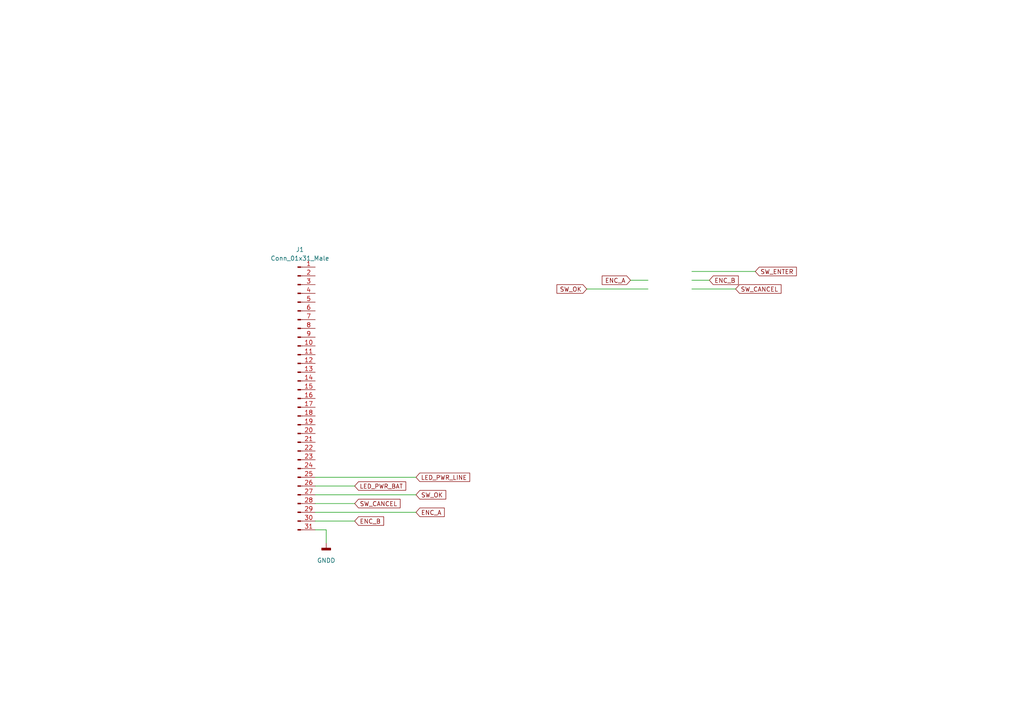
<source format=kicad_sch>
(kicad_sch (version 20211123) (generator eeschema)

  (uuid bac501b0-1d8b-4d84-a9b7-df348e5588fc)

  (paper "A4")

  (lib_symbols
    (symbol "Connector:Conn_01x31_Male" (pin_names (offset 1.016) hide) (in_bom yes) (on_board yes)
      (property "Reference" "J" (id 0) (at 0 40.64 0)
        (effects (font (size 1.27 1.27)))
      )
      (property "Value" "Conn_01x31_Male" (id 1) (at 0 -40.64 0)
        (effects (font (size 1.27 1.27)))
      )
      (property "Footprint" "" (id 2) (at 0 0 0)
        (effects (font (size 1.27 1.27)) hide)
      )
      (property "Datasheet" "~" (id 3) (at 0 0 0)
        (effects (font (size 1.27 1.27)) hide)
      )
      (property "ki_keywords" "connector" (id 4) (at 0 0 0)
        (effects (font (size 1.27 1.27)) hide)
      )
      (property "ki_description" "Generic connector, single row, 01x31, script generated (kicad-library-utils/schlib/autogen/connector/)" (id 5) (at 0 0 0)
        (effects (font (size 1.27 1.27)) hide)
      )
      (property "ki_fp_filters" "Connector*:*_1x??_*" (id 6) (at 0 0 0)
        (effects (font (size 1.27 1.27)) hide)
      )
      (symbol "Conn_01x31_Male_1_1"
        (polyline
          (pts
            (xy 1.27 -38.1)
            (xy 0.8636 -38.1)
          )
          (stroke (width 0.1524) (type default) (color 0 0 0 0))
          (fill (type none))
        )
        (polyline
          (pts
            (xy 1.27 -35.56)
            (xy 0.8636 -35.56)
          )
          (stroke (width 0.1524) (type default) (color 0 0 0 0))
          (fill (type none))
        )
        (polyline
          (pts
            (xy 1.27 -33.02)
            (xy 0.8636 -33.02)
          )
          (stroke (width 0.1524) (type default) (color 0 0 0 0))
          (fill (type none))
        )
        (polyline
          (pts
            (xy 1.27 -30.48)
            (xy 0.8636 -30.48)
          )
          (stroke (width 0.1524) (type default) (color 0 0 0 0))
          (fill (type none))
        )
        (polyline
          (pts
            (xy 1.27 -27.94)
            (xy 0.8636 -27.94)
          )
          (stroke (width 0.1524) (type default) (color 0 0 0 0))
          (fill (type none))
        )
        (polyline
          (pts
            (xy 1.27 -25.4)
            (xy 0.8636 -25.4)
          )
          (stroke (width 0.1524) (type default) (color 0 0 0 0))
          (fill (type none))
        )
        (polyline
          (pts
            (xy 1.27 -22.86)
            (xy 0.8636 -22.86)
          )
          (stroke (width 0.1524) (type default) (color 0 0 0 0))
          (fill (type none))
        )
        (polyline
          (pts
            (xy 1.27 -20.32)
            (xy 0.8636 -20.32)
          )
          (stroke (width 0.1524) (type default) (color 0 0 0 0))
          (fill (type none))
        )
        (polyline
          (pts
            (xy 1.27 -17.78)
            (xy 0.8636 -17.78)
          )
          (stroke (width 0.1524) (type default) (color 0 0 0 0))
          (fill (type none))
        )
        (polyline
          (pts
            (xy 1.27 -15.24)
            (xy 0.8636 -15.24)
          )
          (stroke (width 0.1524) (type default) (color 0 0 0 0))
          (fill (type none))
        )
        (polyline
          (pts
            (xy 1.27 -12.7)
            (xy 0.8636 -12.7)
          )
          (stroke (width 0.1524) (type default) (color 0 0 0 0))
          (fill (type none))
        )
        (polyline
          (pts
            (xy 1.27 -10.16)
            (xy 0.8636 -10.16)
          )
          (stroke (width 0.1524) (type default) (color 0 0 0 0))
          (fill (type none))
        )
        (polyline
          (pts
            (xy 1.27 -7.62)
            (xy 0.8636 -7.62)
          )
          (stroke (width 0.1524) (type default) (color 0 0 0 0))
          (fill (type none))
        )
        (polyline
          (pts
            (xy 1.27 -5.08)
            (xy 0.8636 -5.08)
          )
          (stroke (width 0.1524) (type default) (color 0 0 0 0))
          (fill (type none))
        )
        (polyline
          (pts
            (xy 1.27 -2.54)
            (xy 0.8636 -2.54)
          )
          (stroke (width 0.1524) (type default) (color 0 0 0 0))
          (fill (type none))
        )
        (polyline
          (pts
            (xy 1.27 0)
            (xy 0.8636 0)
          )
          (stroke (width 0.1524) (type default) (color 0 0 0 0))
          (fill (type none))
        )
        (polyline
          (pts
            (xy 1.27 2.54)
            (xy 0.8636 2.54)
          )
          (stroke (width 0.1524) (type default) (color 0 0 0 0))
          (fill (type none))
        )
        (polyline
          (pts
            (xy 1.27 5.08)
            (xy 0.8636 5.08)
          )
          (stroke (width 0.1524) (type default) (color 0 0 0 0))
          (fill (type none))
        )
        (polyline
          (pts
            (xy 1.27 7.62)
            (xy 0.8636 7.62)
          )
          (stroke (width 0.1524) (type default) (color 0 0 0 0))
          (fill (type none))
        )
        (polyline
          (pts
            (xy 1.27 10.16)
            (xy 0.8636 10.16)
          )
          (stroke (width 0.1524) (type default) (color 0 0 0 0))
          (fill (type none))
        )
        (polyline
          (pts
            (xy 1.27 12.7)
            (xy 0.8636 12.7)
          )
          (stroke (width 0.1524) (type default) (color 0 0 0 0))
          (fill (type none))
        )
        (polyline
          (pts
            (xy 1.27 15.24)
            (xy 0.8636 15.24)
          )
          (stroke (width 0.1524) (type default) (color 0 0 0 0))
          (fill (type none))
        )
        (polyline
          (pts
            (xy 1.27 17.78)
            (xy 0.8636 17.78)
          )
          (stroke (width 0.1524) (type default) (color 0 0 0 0))
          (fill (type none))
        )
        (polyline
          (pts
            (xy 1.27 20.32)
            (xy 0.8636 20.32)
          )
          (stroke (width 0.1524) (type default) (color 0 0 0 0))
          (fill (type none))
        )
        (polyline
          (pts
            (xy 1.27 22.86)
            (xy 0.8636 22.86)
          )
          (stroke (width 0.1524) (type default) (color 0 0 0 0))
          (fill (type none))
        )
        (polyline
          (pts
            (xy 1.27 25.4)
            (xy 0.8636 25.4)
          )
          (stroke (width 0.1524) (type default) (color 0 0 0 0))
          (fill (type none))
        )
        (polyline
          (pts
            (xy 1.27 27.94)
            (xy 0.8636 27.94)
          )
          (stroke (width 0.1524) (type default) (color 0 0 0 0))
          (fill (type none))
        )
        (polyline
          (pts
            (xy 1.27 30.48)
            (xy 0.8636 30.48)
          )
          (stroke (width 0.1524) (type default) (color 0 0 0 0))
          (fill (type none))
        )
        (polyline
          (pts
            (xy 1.27 33.02)
            (xy 0.8636 33.02)
          )
          (stroke (width 0.1524) (type default) (color 0 0 0 0))
          (fill (type none))
        )
        (polyline
          (pts
            (xy 1.27 35.56)
            (xy 0.8636 35.56)
          )
          (stroke (width 0.1524) (type default) (color 0 0 0 0))
          (fill (type none))
        )
        (polyline
          (pts
            (xy 1.27 38.1)
            (xy 0.8636 38.1)
          )
          (stroke (width 0.1524) (type default) (color 0 0 0 0))
          (fill (type none))
        )
        (rectangle (start 0.8636 -37.973) (end 0 -38.227)
          (stroke (width 0.1524) (type default) (color 0 0 0 0))
          (fill (type outline))
        )
        (rectangle (start 0.8636 -35.433) (end 0 -35.687)
          (stroke (width 0.1524) (type default) (color 0 0 0 0))
          (fill (type outline))
        )
        (rectangle (start 0.8636 -32.893) (end 0 -33.147)
          (stroke (width 0.1524) (type default) (color 0 0 0 0))
          (fill (type outline))
        )
        (rectangle (start 0.8636 -30.353) (end 0 -30.607)
          (stroke (width 0.1524) (type default) (color 0 0 0 0))
          (fill (type outline))
        )
        (rectangle (start 0.8636 -27.813) (end 0 -28.067)
          (stroke (width 0.1524) (type default) (color 0 0 0 0))
          (fill (type outline))
        )
        (rectangle (start 0.8636 -25.273) (end 0 -25.527)
          (stroke (width 0.1524) (type default) (color 0 0 0 0))
          (fill (type outline))
        )
        (rectangle (start 0.8636 -22.733) (end 0 -22.987)
          (stroke (width 0.1524) (type default) (color 0 0 0 0))
          (fill (type outline))
        )
        (rectangle (start 0.8636 -20.193) (end 0 -20.447)
          (stroke (width 0.1524) (type default) (color 0 0 0 0))
          (fill (type outline))
        )
        (rectangle (start 0.8636 -17.653) (end 0 -17.907)
          (stroke (width 0.1524) (type default) (color 0 0 0 0))
          (fill (type outline))
        )
        (rectangle (start 0.8636 -15.113) (end 0 -15.367)
          (stroke (width 0.1524) (type default) (color 0 0 0 0))
          (fill (type outline))
        )
        (rectangle (start 0.8636 -12.573) (end 0 -12.827)
          (stroke (width 0.1524) (type default) (color 0 0 0 0))
          (fill (type outline))
        )
        (rectangle (start 0.8636 -10.033) (end 0 -10.287)
          (stroke (width 0.1524) (type default) (color 0 0 0 0))
          (fill (type outline))
        )
        (rectangle (start 0.8636 -7.493) (end 0 -7.747)
          (stroke (width 0.1524) (type default) (color 0 0 0 0))
          (fill (type outline))
        )
        (rectangle (start 0.8636 -4.953) (end 0 -5.207)
          (stroke (width 0.1524) (type default) (color 0 0 0 0))
          (fill (type outline))
        )
        (rectangle (start 0.8636 -2.413) (end 0 -2.667)
          (stroke (width 0.1524) (type default) (color 0 0 0 0))
          (fill (type outline))
        )
        (rectangle (start 0.8636 0.127) (end 0 -0.127)
          (stroke (width 0.1524) (type default) (color 0 0 0 0))
          (fill (type outline))
        )
        (rectangle (start 0.8636 2.667) (end 0 2.413)
          (stroke (width 0.1524) (type default) (color 0 0 0 0))
          (fill (type outline))
        )
        (rectangle (start 0.8636 5.207) (end 0 4.953)
          (stroke (width 0.1524) (type default) (color 0 0 0 0))
          (fill (type outline))
        )
        (rectangle (start 0.8636 7.747) (end 0 7.493)
          (stroke (width 0.1524) (type default) (color 0 0 0 0))
          (fill (type outline))
        )
        (rectangle (start 0.8636 10.287) (end 0 10.033)
          (stroke (width 0.1524) (type default) (color 0 0 0 0))
          (fill (type outline))
        )
        (rectangle (start 0.8636 12.827) (end 0 12.573)
          (stroke (width 0.1524) (type default) (color 0 0 0 0))
          (fill (type outline))
        )
        (rectangle (start 0.8636 15.367) (end 0 15.113)
          (stroke (width 0.1524) (type default) (color 0 0 0 0))
          (fill (type outline))
        )
        (rectangle (start 0.8636 17.907) (end 0 17.653)
          (stroke (width 0.1524) (type default) (color 0 0 0 0))
          (fill (type outline))
        )
        (rectangle (start 0.8636 20.447) (end 0 20.193)
          (stroke (width 0.1524) (type default) (color 0 0 0 0))
          (fill (type outline))
        )
        (rectangle (start 0.8636 22.987) (end 0 22.733)
          (stroke (width 0.1524) (type default) (color 0 0 0 0))
          (fill (type outline))
        )
        (rectangle (start 0.8636 25.527) (end 0 25.273)
          (stroke (width 0.1524) (type default) (color 0 0 0 0))
          (fill (type outline))
        )
        (rectangle (start 0.8636 28.067) (end 0 27.813)
          (stroke (width 0.1524) (type default) (color 0 0 0 0))
          (fill (type outline))
        )
        (rectangle (start 0.8636 30.607) (end 0 30.353)
          (stroke (width 0.1524) (type default) (color 0 0 0 0))
          (fill (type outline))
        )
        (rectangle (start 0.8636 33.147) (end 0 32.893)
          (stroke (width 0.1524) (type default) (color 0 0 0 0))
          (fill (type outline))
        )
        (rectangle (start 0.8636 35.687) (end 0 35.433)
          (stroke (width 0.1524) (type default) (color 0 0 0 0))
          (fill (type outline))
        )
        (rectangle (start 0.8636 38.227) (end 0 37.973)
          (stroke (width 0.1524) (type default) (color 0 0 0 0))
          (fill (type outline))
        )
        (pin passive line (at 5.08 38.1 180) (length 3.81)
          (name "Pin_1" (effects (font (size 1.27 1.27))))
          (number "1" (effects (font (size 1.27 1.27))))
        )
        (pin passive line (at 5.08 15.24 180) (length 3.81)
          (name "Pin_10" (effects (font (size 1.27 1.27))))
          (number "10" (effects (font (size 1.27 1.27))))
        )
        (pin passive line (at 5.08 12.7 180) (length 3.81)
          (name "Pin_11" (effects (font (size 1.27 1.27))))
          (number "11" (effects (font (size 1.27 1.27))))
        )
        (pin passive line (at 5.08 10.16 180) (length 3.81)
          (name "Pin_12" (effects (font (size 1.27 1.27))))
          (number "12" (effects (font (size 1.27 1.27))))
        )
        (pin passive line (at 5.08 7.62 180) (length 3.81)
          (name "Pin_13" (effects (font (size 1.27 1.27))))
          (number "13" (effects (font (size 1.27 1.27))))
        )
        (pin passive line (at 5.08 5.08 180) (length 3.81)
          (name "Pin_14" (effects (font (size 1.27 1.27))))
          (number "14" (effects (font (size 1.27 1.27))))
        )
        (pin passive line (at 5.08 2.54 180) (length 3.81)
          (name "Pin_15" (effects (font (size 1.27 1.27))))
          (number "15" (effects (font (size 1.27 1.27))))
        )
        (pin passive line (at 5.08 0 180) (length 3.81)
          (name "Pin_16" (effects (font (size 1.27 1.27))))
          (number "16" (effects (font (size 1.27 1.27))))
        )
        (pin passive line (at 5.08 -2.54 180) (length 3.81)
          (name "Pin_17" (effects (font (size 1.27 1.27))))
          (number "17" (effects (font (size 1.27 1.27))))
        )
        (pin passive line (at 5.08 -5.08 180) (length 3.81)
          (name "Pin_18" (effects (font (size 1.27 1.27))))
          (number "18" (effects (font (size 1.27 1.27))))
        )
        (pin passive line (at 5.08 -7.62 180) (length 3.81)
          (name "Pin_19" (effects (font (size 1.27 1.27))))
          (number "19" (effects (font (size 1.27 1.27))))
        )
        (pin passive line (at 5.08 35.56 180) (length 3.81)
          (name "Pin_2" (effects (font (size 1.27 1.27))))
          (number "2" (effects (font (size 1.27 1.27))))
        )
        (pin passive line (at 5.08 -10.16 180) (length 3.81)
          (name "Pin_20" (effects (font (size 1.27 1.27))))
          (number "20" (effects (font (size 1.27 1.27))))
        )
        (pin passive line (at 5.08 -12.7 180) (length 3.81)
          (name "Pin_21" (effects (font (size 1.27 1.27))))
          (number "21" (effects (font (size 1.27 1.27))))
        )
        (pin passive line (at 5.08 -15.24 180) (length 3.81)
          (name "Pin_22" (effects (font (size 1.27 1.27))))
          (number "22" (effects (font (size 1.27 1.27))))
        )
        (pin passive line (at 5.08 -17.78 180) (length 3.81)
          (name "Pin_23" (effects (font (size 1.27 1.27))))
          (number "23" (effects (font (size 1.27 1.27))))
        )
        (pin passive line (at 5.08 -20.32 180) (length 3.81)
          (name "Pin_24" (effects (font (size 1.27 1.27))))
          (number "24" (effects (font (size 1.27 1.27))))
        )
        (pin passive line (at 5.08 -22.86 180) (length 3.81)
          (name "Pin_25" (effects (font (size 1.27 1.27))))
          (number "25" (effects (font (size 1.27 1.27))))
        )
        (pin passive line (at 5.08 -25.4 180) (length 3.81)
          (name "Pin_26" (effects (font (size 1.27 1.27))))
          (number "26" (effects (font (size 1.27 1.27))))
        )
        (pin passive line (at 5.08 -27.94 180) (length 3.81)
          (name "Pin_27" (effects (font (size 1.27 1.27))))
          (number "27" (effects (font (size 1.27 1.27))))
        )
        (pin passive line (at 5.08 -30.48 180) (length 3.81)
          (name "Pin_28" (effects (font (size 1.27 1.27))))
          (number "28" (effects (font (size 1.27 1.27))))
        )
        (pin passive line (at 5.08 -33.02 180) (length 3.81)
          (name "Pin_29" (effects (font (size 1.27 1.27))))
          (number "29" (effects (font (size 1.27 1.27))))
        )
        (pin passive line (at 5.08 33.02 180) (length 3.81)
          (name "Pin_3" (effects (font (size 1.27 1.27))))
          (number "3" (effects (font (size 1.27 1.27))))
        )
        (pin passive line (at 5.08 -35.56 180) (length 3.81)
          (name "Pin_30" (effects (font (size 1.27 1.27))))
          (number "30" (effects (font (size 1.27 1.27))))
        )
        (pin passive line (at 5.08 -38.1 180) (length 3.81)
          (name "Pin_31" (effects (font (size 1.27 1.27))))
          (number "31" (effects (font (size 1.27 1.27))))
        )
        (pin passive line (at 5.08 30.48 180) (length 3.81)
          (name "Pin_4" (effects (font (size 1.27 1.27))))
          (number "4" (effects (font (size 1.27 1.27))))
        )
        (pin passive line (at 5.08 27.94 180) (length 3.81)
          (name "Pin_5" (effects (font (size 1.27 1.27))))
          (number "5" (effects (font (size 1.27 1.27))))
        )
        (pin passive line (at 5.08 25.4 180) (length 3.81)
          (name "Pin_6" (effects (font (size 1.27 1.27))))
          (number "6" (effects (font (size 1.27 1.27))))
        )
        (pin passive line (at 5.08 22.86 180) (length 3.81)
          (name "Pin_7" (effects (font (size 1.27 1.27))))
          (number "7" (effects (font (size 1.27 1.27))))
        )
        (pin passive line (at 5.08 20.32 180) (length 3.81)
          (name "Pin_8" (effects (font (size 1.27 1.27))))
          (number "8" (effects (font (size 1.27 1.27))))
        )
        (pin passive line (at 5.08 17.78 180) (length 3.81)
          (name "Pin_9" (effects (font (size 1.27 1.27))))
          (number "9" (effects (font (size 1.27 1.27))))
        )
      )
    )
    (symbol "power:GNDD" (power) (pin_names (offset 0)) (in_bom yes) (on_board yes)
      (property "Reference" "#PWR" (id 0) (at 0 -6.35 0)
        (effects (font (size 1.27 1.27)) hide)
      )
      (property "Value" "GNDD" (id 1) (at 0 -3.175 0)
        (effects (font (size 1.27 1.27)))
      )
      (property "Footprint" "" (id 2) (at 0 0 0)
        (effects (font (size 1.27 1.27)) hide)
      )
      (property "Datasheet" "" (id 3) (at 0 0 0)
        (effects (font (size 1.27 1.27)) hide)
      )
      (property "ki_keywords" "power-flag" (id 4) (at 0 0 0)
        (effects (font (size 1.27 1.27)) hide)
      )
      (property "ki_description" "Power symbol creates a global label with name \"GNDD\" , digital ground" (id 5) (at 0 0 0)
        (effects (font (size 1.27 1.27)) hide)
      )
      (symbol "GNDD_0_1"
        (rectangle (start -1.27 -1.524) (end 1.27 -2.032)
          (stroke (width 0.254) (type default) (color 0 0 0 0))
          (fill (type outline))
        )
        (polyline
          (pts
            (xy 0 0)
            (xy 0 -1.524)
          )
          (stroke (width 0) (type default) (color 0 0 0 0))
          (fill (type none))
        )
      )
      (symbol "GNDD_1_1"
        (pin power_in line (at 0 0 270) (length 0) hide
          (name "GNDD" (effects (font (size 1.27 1.27))))
          (number "1" (effects (font (size 1.27 1.27))))
        )
      )
    )
  )


  (wire (pts (xy 182.88 81.28) (xy 187.96 81.28))
    (stroke (width 0) (type default) (color 0 0 0 0))
    (uuid 01ed4d79-cb32-4793-bad9-fc410859e0d3)
  )
  (wire (pts (xy 205.74 81.28) (xy 200.66 81.28))
    (stroke (width 0) (type default) (color 0 0 0 0))
    (uuid 083ec330-be28-4cbb-82f3-fbdd899cf235)
  )
  (wire (pts (xy 219.075 78.74) (xy 200.66 78.74))
    (stroke (width 0) (type default) (color 0 0 0 0))
    (uuid 231d82ca-4a29-4e32-bb21-a3f8d0392c7e)
  )
  (wire (pts (xy 91.44 140.97) (xy 102.87 140.97))
    (stroke (width 0) (type default) (color 0 0 0 0))
    (uuid 70277df7-e0a1-4b4a-83d4-530a2a116ed8)
  )
  (wire (pts (xy 120.65 148.59) (xy 91.44 148.59))
    (stroke (width 0) (type default) (color 0 0 0 0))
    (uuid 97bfc239-4a85-4023-bd3f-861024cea844)
  )
  (wire (pts (xy 94.615 153.67) (xy 94.615 157.48))
    (stroke (width 0) (type default) (color 0 0 0 0))
    (uuid 9871f411-8a97-47f4-9252-069f9cb74236)
  )
  (wire (pts (xy 91.44 153.67) (xy 94.615 153.67))
    (stroke (width 0) (type default) (color 0 0 0 0))
    (uuid 9a715727-7b4e-43f6-9b98-862a16bac5ff)
  )
  (wire (pts (xy 102.87 151.13) (xy 91.44 151.13))
    (stroke (width 0) (type default) (color 0 0 0 0))
    (uuid a7ea378c-6435-4e70-899a-8dd44cca69d8)
  )
  (wire (pts (xy 187.96 83.82) (xy 170.18 83.82))
    (stroke (width 0) (type default) (color 0 0 0 0))
    (uuid b6b11a68-c044-43bc-8222-21129106729f)
  )
  (wire (pts (xy 200.66 83.82) (xy 213.36 83.82))
    (stroke (width 0) (type default) (color 0 0 0 0))
    (uuid b6cf2d37-1cc8-46dd-91da-cfa0d12396ee)
  )
  (wire (pts (xy 91.44 138.43) (xy 120.65 138.43))
    (stroke (width 0) (type default) (color 0 0 0 0))
    (uuid dba1a353-3b0f-44a3-aae6-83c20602dfaf)
  )
  (wire (pts (xy 91.44 143.51) (xy 120.65 143.51))
    (stroke (width 0) (type default) (color 0 0 0 0))
    (uuid dcd633f2-a107-4a2e-9009-06572800d88c)
  )
  (wire (pts (xy 91.44 146.05) (xy 102.87 146.05))
    (stroke (width 0) (type default) (color 0 0 0 0))
    (uuid ee7d139e-9598-4075-8923-124798b96ce2)
  )

  (global_label "SW_ENTER" (shape input) (at 219.075 78.74 0) (fields_autoplaced)
    (effects (font (size 1.27 1.27)) (justify left))
    (uuid 05627586-2918-4690-814a-90d4a7126f64)
    (property "Intersheet References" "${INTERSHEET_REFS}" (id 0) (at 230.9829 78.6606 0)
      (effects (font (size 1.27 1.27)) (justify left) hide)
    )
  )
  (global_label "SW_CANCEL" (shape input) (at 102.87 146.05 0) (fields_autoplaced)
    (effects (font (size 1.27 1.27)) (justify left))
    (uuid 099053d1-ae68-4a3f-bdd2-45747a78333f)
    (property "Intersheet References" "${INTERSHEET_REFS}" (id 0) (at 116.0479 145.9706 0)
      (effects (font (size 1.27 1.27)) (justify left) hide)
    )
  )
  (global_label "SW_CANCEL" (shape input) (at 213.36 83.82 0) (fields_autoplaced)
    (effects (font (size 1.27 1.27)) (justify left))
    (uuid 12a2661c-30e0-41fe-9ffe-0b7bb2563184)
    (property "Intersheet References" "${INTERSHEET_REFS}" (id 0) (at 226.5379 83.7406 0)
      (effects (font (size 1.27 1.27)) (justify left) hide)
    )
  )
  (global_label "LED_PWR_LINE" (shape input) (at 120.65 138.43 0) (fields_autoplaced)
    (effects (font (size 1.2446 1.2446)) (justify left))
    (uuid 39de57b2-1f6b-42f3-9616-efbbf361e97e)
    (property "Intersheet References" "${INTERSHEET_REFS}" (id 0) (at -128.27 -8.89 0)
      (effects (font (size 1.27 1.27)) hide)
    )
  )
  (global_label "ENC_B" (shape input) (at 205.74 81.28 0) (fields_autoplaced)
    (effects (font (size 1.27 1.27)) (justify left))
    (uuid 3d12e849-f121-480b-b07a-c815a8b3ca67)
    (property "Intersheet References" "${INTERSHEET_REFS}" (id 0) (at 214.1402 81.2006 0)
      (effects (font (size 1.27 1.27)) (justify left) hide)
    )
  )
  (global_label "ENC_B" (shape input) (at 102.87 151.13 0) (fields_autoplaced)
    (effects (font (size 1.27 1.27)) (justify left))
    (uuid 3e6ac101-c03e-42c7-bfb6-2d4b71127b10)
    (property "Intersheet References" "${INTERSHEET_REFS}" (id 0) (at 111.2702 151.2094 0)
      (effects (font (size 1.27 1.27)) (justify left) hide)
    )
  )
  (global_label "ENC_A" (shape input) (at 120.65 148.59 0) (fields_autoplaced)
    (effects (font (size 1.27 1.27)) (justify left))
    (uuid 4a2f8fd5-fbef-4204-9753-d564597f74cc)
    (property "Intersheet References" "${INTERSHEET_REFS}" (id 0) (at 128.8688 148.6694 0)
      (effects (font (size 1.27 1.27)) (justify left) hide)
    )
  )
  (global_label "ENC_A" (shape input) (at 182.88 81.28 180) (fields_autoplaced)
    (effects (font (size 1.27 1.27)) (justify right))
    (uuid 4e057739-d6da-47c7-9f0a-9feffc89be88)
    (property "Intersheet References" "${INTERSHEET_REFS}" (id 0) (at 174.6612 81.3594 0)
      (effects (font (size 1.27 1.27)) (justify right) hide)
    )
  )
  (global_label "SW_OK" (shape input) (at 120.65 143.51 0) (fields_autoplaced)
    (effects (font (size 1.27 1.27)) (justify left))
    (uuid 99fcf618-12cb-4a1b-be1d-a3efb2d4bdca)
    (property "Intersheet References" "${INTERSHEET_REFS}" (id 0) (at 129.2921 143.4306 0)
      (effects (font (size 1.27 1.27)) (justify left) hide)
    )
  )
  (global_label "LED_PWR_BAT" (shape input) (at 102.87 140.97 0) (fields_autoplaced)
    (effects (font (size 1.2446 1.2446)) (justify left))
    (uuid b8cf8b53-742b-4c99-a36b-2182047d1c82)
    (property "Intersheet References" "${INTERSHEET_REFS}" (id 0) (at -146.05 -1.27 0)
      (effects (font (size 1.27 1.27)) hide)
    )
  )
  (global_label "SW_OK" (shape input) (at 170.18 83.82 180) (fields_autoplaced)
    (effects (font (size 1.27 1.27)) (justify right))
    (uuid c5b357b6-74e1-408b-8ab6-f1c08366286d)
    (property "Intersheet References" "${INTERSHEET_REFS}" (id 0) (at 161.5379 83.8994 0)
      (effects (font (size 1.27 1.27)) (justify right) hide)
    )
  )

  (symbol (lib_id "Connector:Conn_01x31_Male") (at 86.36 115.57 0) (unit 1)
    (in_bom yes) (on_board yes) (fields_autoplaced)
    (uuid 350adf19-c257-4504-a854-6b174123f9b8)
    (property "Reference" "J1" (id 0) (at 86.995 72.39 0))
    (property "Value" "Conn_01x31_Male" (id 1) (at 86.995 74.93 0))
    (property "Footprint" "Connector_PinHeader_2.54mm:PinHeader_1x31_P2.54mm_Horizontal" (id 2) (at 86.36 115.57 0)
      (effects (font (size 1.27 1.27)) hide)
    )
    (property "Datasheet" "~" (id 3) (at 86.36 115.57 0)
      (effects (font (size 1.27 1.27)) hide)
    )
    (pin "1" (uuid 56b86cfa-32a6-4cfa-abca-87c32c24896b))
    (pin "10" (uuid 62e1e807-9e13-46bd-bcd9-85553daf5c86))
    (pin "11" (uuid 7516ef00-be83-44dd-978c-1da4f336664b))
    (pin "12" (uuid d5ad9684-0804-4998-aa61-44929a8defbb))
    (pin "13" (uuid bce02090-1a16-4061-8b50-823837205785))
    (pin "14" (uuid baec7e5b-5b25-4865-81ca-a76cbf9ec9b4))
    (pin "15" (uuid cf8de297-c51f-43fb-9fb2-c978b079b53f))
    (pin "16" (uuid 268d9e38-b5d6-487d-a801-a9138cc09703))
    (pin "17" (uuid b9d3c228-dabc-41bc-8897-d14afd4ff03e))
    (pin "18" (uuid 1740b03c-75e6-4c5d-87c9-a4e6bbf7f9c4))
    (pin "19" (uuid 300b18f4-4a98-488d-82e9-a49121c9bed5))
    (pin "2" (uuid 7b3ed035-46b3-40d3-9caf-4487f47eb796))
    (pin "20" (uuid eb73b93b-f6d1-46e3-a933-b0ee2cdfc7f2))
    (pin "21" (uuid f74a04dd-30c1-4a60-a3cf-cf328d63096d))
    (pin "22" (uuid 146d7686-152f-417e-a68d-76f3f57274ca))
    (pin "23" (uuid a25ad50f-05a7-475f-9217-3e1bc34782f1))
    (pin "24" (uuid 96cd6d35-3707-42be-869e-ad6c240f69b7))
    (pin "25" (uuid fd9ebe98-b28c-42a2-859d-b64884657bd0))
    (pin "26" (uuid f2a91fd5-b813-4ad2-92d9-7291b6ae7ac7))
    (pin "27" (uuid ea9f1457-1e60-466a-b0f6-e9334647457c))
    (pin "28" (uuid 408c61f5-2296-4a62-9ae4-67ebdc7252db))
    (pin "29" (uuid 44b11d87-33b5-46d2-8a1a-d6f9b44f3bed))
    (pin "3" (uuid 5c28460f-516e-4ba1-9f50-cc80002639c3))
    (pin "30" (uuid 2fcb4ab6-653f-44d7-92f3-64b8be8ebff0))
    (pin "31" (uuid edf77b16-33de-4a9f-9891-d2dc4ebc3c74))
    (pin "4" (uuid a3975f21-79cb-42cc-be1f-65c85bab74c1))
    (pin "5" (uuid 31558690-2dfc-4d85-92da-9f2d8f415df6))
    (pin "6" (uuid 41b89520-d5a0-47e7-8106-d60eab6d19cc))
    (pin "7" (uuid 35d7286c-06e3-4bcf-9959-fbfba7c75bec))
    (pin "8" (uuid d471bbaf-13e2-41c8-861a-2ec896b93b0a))
    (pin "9" (uuid c0b14ccc-7d2c-452b-b8a3-c36a3871e3c7))
  )

  (symbol (lib_id "power:GNDD") (at 94.615 157.48 0) (mirror y) (unit 1)
    (in_bom yes) (on_board yes) (fields_autoplaced)
    (uuid e6db2459-dd6f-4ea3-9103-6d49538075f0)
    (property "Reference" "#PWR022" (id 0) (at 94.615 163.83 0)
      (effects (font (size 1.27 1.27)) hide)
    )
    (property "Value" "GNDD" (id 1) (at 94.615 162.56 0))
    (property "Footprint" "" (id 2) (at 94.615 157.48 0)
      (effects (font (size 1.27 1.27)) hide)
    )
    (property "Datasheet" "" (id 3) (at 94.615 157.48 0)
      (effects (font (size 1.27 1.27)) hide)
    )
    (pin "1" (uuid 5884e201-22e5-4ab6-8dfe-103b8ecf287f))
  )
)

</source>
